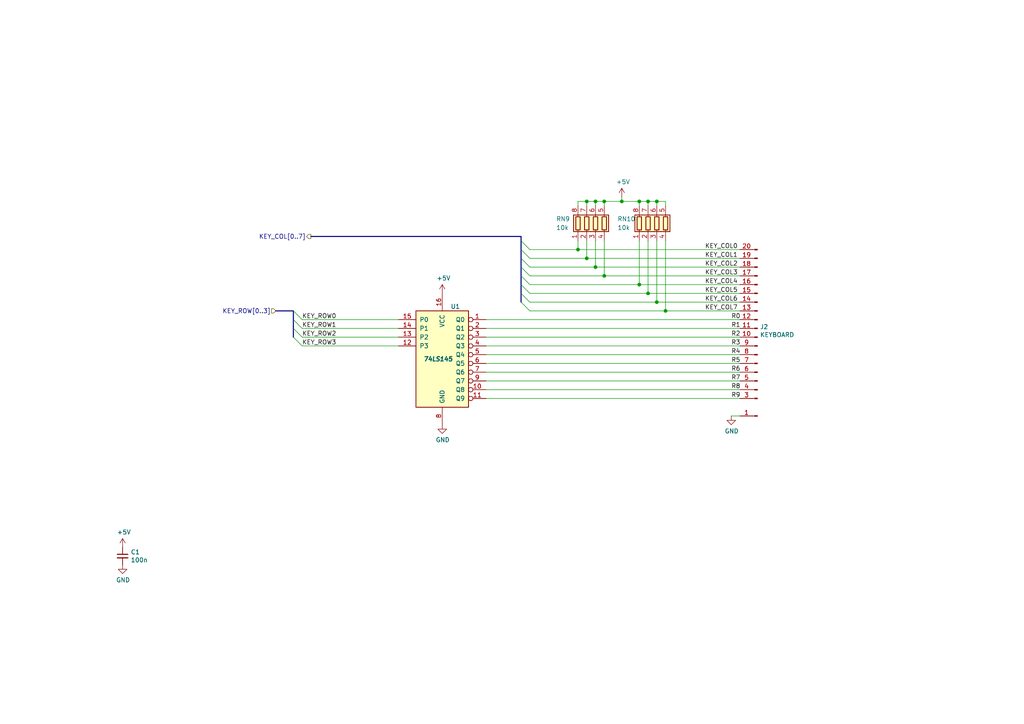
<source format=kicad_sch>
(kicad_sch (version 20211123) (generator eeschema)
  (paper "A4")
  (lib_symbols
    (symbol "74xx:74LS145" (pin_names (offset 1.016))
      (property "Reference" "U" (at -7.62 13.97 0))
      (property "Value" "74LS145" (at -7.62 -16.51 0))
      (symbol "74LS145_1_0"
        (pin open_collector inverted (at 12.7 10.16 180) (length 5.08) (name "Q0") (number "1"))
        (pin open_collector inverted (at 12.7 -10.16 180) (length 5.08) (name "Q8") (number "10"))
        (pin open_collector inverted (at 12.7 -12.7 180) (length 5.08) (name "Q9") (number "11"))
        (pin input line (at -12.7 2.54 0) (length 5.08) (name "P3") (number "12"))
        (pin input line (at -12.7 5.08 0) (length 5.08) (name "P2") (number "13"))
        (pin input line (at -12.7 7.62 0) (length 5.08) (name "P1") (number "14"))
        (pin input line (at -12.7 10.16 0) (length 5.08) (name "P0") (number "15"))
        (pin power_in line (at 0 17.78 270) (length 5.08) (name "VCC") (number "16"))
        (pin open_collector inverted (at 12.7 7.62 180) (length 5.08) (name "Q1") (number "2"))
        (pin open_collector inverted (at 12.7 5.08 180) (length 5.08) (name "Q2") (number "3"))
        (pin open_collector inverted (at 12.7 2.54 180) (length 5.08) (name "Q3") (number "4"))
        (pin open_collector inverted (at 12.7 0 180) (length 5.08) (name "Q4") (number "5"))
        (pin open_collector inverted (at 12.7 -2.54 180) (length 5.08) (name "Q5") (number "6"))
        (pin open_collector inverted (at 12.7 -5.08 180) (length 5.08) (name "Q6") (number "7"))
        (pin power_in line (at 0 -20.32 90) (length 5.08) (name "GND") (number "8"))
        (pin open_collector inverted (at 12.7 -7.62 180) (length 5.08) (name "Q7") (number "9"))
      )
      (symbol "74LS145_1_1"
        (rectangle (start -7.62 12.7) (end 7.62 -15.24) (stroke (width 0.254)) (fill (type background)))
      )
    )
    (symbol "Device:C_Small" (pin_numbers hide) (pin_names (offset 0.254) hide)
      (property "Reference" "C" (at 0.254 1.778 0))
      (property "Value" "C_Small" (at 0.254 -2.032 0))
      (symbol "C_Small_0_1"
        (polyline (pts (xy -1.524 -0.508) (xy 1.524 -0.508)) (stroke (width 0.3302)))
        (polyline (pts (xy -1.524 0.508) (xy 1.524 0.508)) (stroke (width 0.3048)))
      )
      (symbol "C_Small_1_1"
        (pin passive line (at 0 2.54 270) (length 2.032) (name "~") (number "1"))
        (pin passive line (at 0 -2.54 90) (length 2.032) (name "~") (number "2"))
      )
    )
    (symbol "Device:R_Pack04" (pin_names (offset 0) hide)
      (property "Reference" "RN" (at -7.62 0 90))
      (property "Value" "R_Pack04" (at 5.08 0 90))
      (symbol "R_Pack04_0_1"
        (rectangle (start -6.35 -2.413) (end 3.81 2.413) (stroke (width 0.254)) (fill (type background)))
        (rectangle (start -5.715 1.905) (end -4.445 -1.905) (stroke (width 0.254)))
        (rectangle (start -3.175 1.905) (end -1.905 -1.905) (stroke (width 0.254)))
        (rectangle (start -0.635 1.905) (end 0.635 -1.905) (stroke (width 0.254)))
        (polyline (pts (xy -5.08 -2.54) (xy -5.08 -1.905)))
        (polyline (pts (xy -5.08 1.905) (xy -5.08 2.54)))
        (polyline (pts (xy -2.54 -2.54) (xy -2.54 -1.905)))
        (polyline (pts (xy -2.54 1.905) (xy -2.54 2.54)))
        (polyline (pts (xy 0 -2.54) (xy 0 -1.905)))
        (polyline (pts (xy 0 1.905) (xy 0 2.54)))
        (polyline (pts (xy 2.54 -2.54) (xy 2.54 -1.905)))
        (polyline (pts (xy 2.54 1.905) (xy 2.54 2.54)))
        (rectangle (start 1.905 1.905) (end 3.175 -1.905) (stroke (width 0.254)))
      )
      (symbol "R_Pack04_1_1"
        (pin passive line (at -5.08 -5.08 90) (length 2.54) (name "R1.1") (number "1"))
        (pin passive line (at -2.54 -5.08 90) (length 2.54) (name "R2.1") (number "2"))
        (pin passive line (at 0 -5.08 90) (length 2.54) (name "R3.1") (number "3"))
        (pin passive line (at 2.54 -5.08 90) (length 2.54) (name "R4.1") (number "4"))
        (pin passive line (at 2.54 5.08 270) (length 2.54) (name "R4.2") (number "5"))
        (pin passive line (at 0 5.08 270) (length 2.54) (name "R3.2") (number "6"))
        (pin passive line (at -2.54 5.08 270) (length 2.54) (name "R2.2") (number "7"))
        (pin passive line (at -5.08 5.08 270) (length 2.54) (name "R1.2") (number "8"))
      )
    )
    (symbol "Retrocomputing:CBM_PET_Keyboard_Conn_Keyed_20P" (pin_names (offset 1.016) hide)
      (property "Reference" "J" (at 0 25.4 0))
      (property "Value" "CBM_PET_Keyboard_Conn_Keyed_20P" (at 0 -27.94 0))
      (symbol "CBM_PET_Keyboard_Conn_Keyed_20P_1_1"
        (polyline (pts (xy 1.27 -25.4) (xy 0.8636 -25.4)) (stroke (width 0.1524)))
        (polyline (pts (xy 1.27 -22.86) (xy 0.8636 -22.86)) (stroke (width 0.1524)))
        (polyline (pts (xy 1.27 -20.32) (xy 0.8636 -20.32)) (stroke (width 0.1524)))
        (polyline (pts (xy 1.27 -17.78) (xy 0.8636 -17.78)) (stroke (width 0.1524)))
        (polyline (pts (xy 1.27 -15.24) (xy 0.8636 -15.24)) (stroke (width 0.1524)))
        (polyline (pts (xy 1.27 -12.7) (xy 0.8636 -12.7)) (stroke (width 0.1524)))
        (polyline (pts (xy 1.27 -10.16) (xy 0.8636 -10.16)) (stroke (width 0.1524)))
        (polyline (pts (xy 1.27 -7.62) (xy 0.8636 -7.62)) (stroke (width 0.1524)))
        (polyline (pts (xy 1.27 -5.08) (xy 0.8636 -5.08)) (stroke (width 0.1524)))
        (polyline (pts (xy 1.27 -2.54) (xy 0.8636 -2.54)) (stroke (width 0.1524)))
        (polyline (pts (xy 1.27 0) (xy 0.8636 0)) (stroke (width 0.1524)))
        (polyline (pts (xy 1.27 2.54) (xy 0.8636 2.54)) (stroke (width 0.1524)))
        (polyline (pts (xy 1.27 5.08) (xy 0.8636 5.08)) (stroke (width 0.1524)))
        (polyline (pts (xy 1.27 7.62) (xy 0.8636 7.62)) (stroke (width 0.1524)))
        (polyline (pts (xy 1.27 10.16) (xy 0.8636 10.16)) (stroke (width 0.1524)))
        (polyline (pts (xy 1.27 12.7) (xy 0.8636 12.7)) (stroke (width 0.1524)))
        (polyline (pts (xy 1.27 15.24) (xy 0.8636 15.24)) (stroke (width 0.1524)))
        (polyline (pts (xy 1.27 17.78) (xy 0.8636 17.78)) (stroke (width 0.1524)))
        (polyline (pts (xy 1.27 22.86) (xy 0.8636 22.86)) (stroke (width 0.1524)))
        (rectangle (start 0.8636 -25.273) (end 0 -25.527) (stroke (width 0.1524)) (fill (type outline)))
        (rectangle (start 0.8636 -22.733) (end 0 -22.987) (stroke (width 0.1524)) (fill (type outline)))
        (rectangle (start 0.8636 -20.193) (end 0 -20.447) (stroke (width 0.1524)) (fill (type outline)))
        (rectangle (start 0.8636 -17.653) (end 0 -17.907) (stroke (width 0.1524)) (fill (type outline)))
        (rectangle (start 0.8636 -15.113) (end 0 -15.367) (stroke (width 0.1524)) (fill (type outline)))
        (rectangle (start 0.8636 -12.573) (end 0 -12.827) (stroke (width 0.1524)) (fill (type outline)))
        (rectangle (start 0.8636 -10.033) (end 0 -10.287) (stroke (width 0.1524)) (fill (type outline)))
        (rectangle (start 0.8636 -7.493) (end 0 -7.747) (stroke (width 0.1524)) (fill (type outline)))
        (rectangle (start 0.8636 -4.953) (end 0 -5.207) (stroke (width 0.1524)) (fill (type outline)))
        (rectangle (start 0.8636 -2.413) (end 0 -2.667) (stroke (width 0.1524)) (fill (type outline)))
        (rectangle (start 0.8636 0.127) (end 0 -0.127) (stroke (width 0.1524)) (fill (type outline)))
        (rectangle (start 0.8636 2.667) (end 0 2.413) (stroke (width 0.1524)) (fill (type outline)))
        (rectangle (start 0.8636 5.207) (end 0 4.953) (stroke (width 0.1524)) (fill (type outline)))
        (rectangle (start 0.8636 7.747) (end 0 7.493) (stroke (width 0.1524)) (fill (type outline)))
        (rectangle (start 0.8636 10.287) (end 0 10.033) (stroke (width 0.1524)) (fill (type outline)))
        (rectangle (start 0.8636 12.827) (end 0 12.573) (stroke (width 0.1524)) (fill (type outline)))
        (rectangle (start 0.8636 15.367) (end 0 15.113) (stroke (width 0.1524)) (fill (type outline)))
        (rectangle (start 0.8636 17.907) (end 0 17.653) (stroke (width 0.1524)) (fill (type outline)))
        (rectangle (start 0.8636 22.987) (end 0 22.733) (stroke (width 0.1524)) (fill (type outline)))
        (pin passive line (at 5.08 22.86 180) (length 3.81) (name "Pin_1") (number "1"))
        (pin passive line (at 5.08 0 180) (length 3.81) (name "Pin_10") (number "10"))
        (pin passive line (at 5.08 -2.54 180) (length 3.81) (name "Pin_11") (number "11"))
        (pin passive line (at 5.08 -5.08 180) (length 3.81) (name "Pin_12") (number "12"))
        (pin passive line (at 5.08 -7.62 180) (length 3.81) (name "Pin_13") (number "13"))
        (pin passive line (at 5.08 -10.16 180) (length 3.81) (name "Pin_14") (number "14"))
        (pin passive line (at 5.08 -12.7 180) (length 3.81) (name "Pin_15") (number "15"))
        (pin passive line (at 5.08 -15.24 180) (length 3.81) (name "Pin_16") (number "16"))
        (pin passive line (at 5.08 -17.78 180) (length 3.81) (name "Pin_17") (number "17"))
        (pin passive line (at 5.08 -20.32 180) (length 3.81) (name "Pin_18") (number "18"))
        (pin passive line (at 5.08 -22.86 180) (length 3.81) (name "Pin_19") (number "19"))
        (pin passive line (at 5.08 -25.4 180) (length 3.81) (name "Pin_20") (number "20"))
        (pin passive line (at 5.08 17.78 180) (length 3.81) (name "Pin_3") (number "3"))
        (pin passive line (at 5.08 15.24 180) (length 3.81) (name "Pin_4") (number "4"))
        (pin passive line (at 5.08 12.7 180) (length 3.81) (name "Pin_5") (number "5"))
        (pin passive line (at 5.08 10.16 180) (length 3.81) (name "Pin_6") (number "6"))
        (pin passive line (at 5.08 7.62 180) (length 3.81) (name "Pin_7") (number "7"))
        (pin passive line (at 5.08 5.08 180) (length 3.81) (name "Pin_8") (number "8"))
        (pin passive line (at 5.08 2.54 180) (length 3.81) (name "Pin_9") (number "9"))
      )
    )
    (symbol "power:+5V" (power) (pin_names (offset 0))
      (property "Value" "+5V" (at 0 3.556 0))
      (symbol "+5V_0_1"
        (polyline (pts (xy -0.762 1.27) (xy 0 2.54)))
        (polyline (pts (xy 0 0) (xy 0 2.54)))
        (polyline (pts (xy 0 2.54) (xy 0.762 1.27)))
      )
      (symbol "+5V_1_1"
        (pin power_in line (at 0 0 90) (length 0) hide (name "+5V") (number "1"))
      )
    )
    (symbol "power:GND" (power) (pin_names (offset 0))
      (property "Value" "GND" (at 0 -3.81 0))
      (symbol "GND_0_1"
        (polyline (pts (xy 0 0) (xy 0 -1.27) (xy 1.27 -1.27) (xy 0 -2.54) (xy -1.27 -1.27) (xy 0 -1.27)))
      )
      (symbol "GND_1_1"
        (pin power_in line (at 0 0 270) (length 0) hide (name "GND") (number "1"))
      )
    )
  )
  (junction (at 175.26 58.42))
  (junction (at 185.42 58.42))
  (junction (at 170.18 58.42))
  (junction (at 190.5 58.42))
  (junction (at 187.96 85.09))
  (junction (at 172.72 58.42))
  (junction (at 193.04 90.17))
  (junction (at 175.26 80.01))
  (junction (at 172.72 77.47))
  (junction (at 170.18 74.93))
  (junction (at 180.34 58.42))
  (junction (at 167.64 72.39))
  (junction (at 185.42 82.55))
  (junction (at 187.96 58.42))
  (junction (at 190.5 87.63))
  (bus_entry (at 151.13 80.01) (size 2.54 2.54))
  (bus_entry (at 151.13 87.63) (size 2.54 2.54))
  (bus_entry (at 151.13 72.39) (size 2.54 2.54))
  (bus_entry (at 151.13 85.09) (size 2.54 2.54))
  (bus_entry (at 85.09 95.25) (size 2.54 2.54))
  (bus_entry (at 85.09 97.79) (size 2.54 2.54))
  (bus_entry (at 151.13 82.55) (size 2.54 2.54))
  (bus_entry (at 151.13 77.47) (size 2.54 2.54))
  (bus_entry (at 85.09 92.71) (size 2.54 2.54))
  (bus_entry (at 85.09 90.17) (size 2.54 2.54))
  (bus_entry (at 151.13 74.93) (size 2.54 2.54))
  (bus_entry (at 151.13 69.85) (size 2.54 2.54))
  (wire (pts (xy 87.63 95.25) (xy 115.57 95.25)))
  (bus (pts (xy 151.13 82.55) (xy 151.13 85.09)))
  (wire (pts (xy 185.42 58.42) (xy 187.96 58.42)))
  (wire (pts (xy 214.63 120.65) (xy 212.09 120.65)))
  (wire (pts (xy 153.67 82.55) (xy 185.42 82.55)))
  (wire (pts (xy 172.72 58.42) (xy 175.26 58.42)))
  (wire (pts (xy 170.18 58.42) (xy 170.18 59.69)))
  (wire (pts (xy 87.63 100.33) (xy 115.57 100.33)))
  (bus (pts (xy 151.13 85.09) (xy 151.13 87.63)))
  (bus (pts (xy 85.09 95.25) (xy 85.09 97.79)))
  (bus (pts (xy 85.09 90.17) (xy 85.09 92.71)))
  (wire (pts (xy 170.18 69.85) (xy 170.18 74.93)))
  (wire (pts (xy 170.18 58.42) (xy 172.72 58.42)))
  (bus (pts (xy 90.17 68.58) (xy 151.13 68.58)))
  (wire (pts (xy 172.72 69.85) (xy 172.72 77.47)))
  (wire (pts (xy 170.18 74.93) (xy 214.63 74.93)))
  (wire (pts (xy 193.04 58.42) (xy 193.04 59.69)))
  (wire (pts (xy 190.5 58.42) (xy 193.04 58.42)))
  (wire (pts (xy 140.97 92.71) (xy 214.63 92.71)))
  (wire (pts (xy 190.5 69.85) (xy 190.5 87.63)))
  (wire (pts (xy 140.97 115.57) (xy 214.63 115.57)))
  (bus (pts (xy 151.13 77.47) (xy 151.13 80.01)))
  (wire (pts (xy 193.04 69.85) (xy 193.04 90.17)))
  (wire (pts (xy 87.63 97.79) (xy 115.57 97.79)))
  (wire (pts (xy 153.67 85.09) (xy 187.96 85.09)))
  (wire (pts (xy 153.67 87.63) (xy 190.5 87.63)))
  (wire (pts (xy 185.42 82.55) (xy 214.63 82.55)))
  (wire (pts (xy 172.72 58.42) (xy 172.72 59.69)))
  (wire (pts (xy 187.96 69.85) (xy 187.96 85.09)))
  (wire (pts (xy 190.5 58.42) (xy 190.5 59.69)))
  (wire (pts (xy 187.96 85.09) (xy 214.63 85.09)))
  (wire (pts (xy 140.97 100.33) (xy 214.63 100.33)))
  (wire (pts (xy 140.97 102.87) (xy 214.63 102.87)))
  (wire (pts (xy 172.72 77.47) (xy 214.63 77.47)))
  (wire (pts (xy 167.64 69.85) (xy 167.64 72.39)))
  (wire (pts (xy 153.67 77.47) (xy 172.72 77.47)))
  (wire (pts (xy 140.97 107.95) (xy 214.63 107.95)))
  (wire (pts (xy 153.67 72.39) (xy 167.64 72.39)))
  (wire (pts (xy 190.5 87.63) (xy 214.63 87.63)))
  (bus (pts (xy 151.13 72.39) (xy 151.13 74.93)))
  (wire (pts (xy 167.64 58.42) (xy 170.18 58.42)))
  (bus (pts (xy 85.09 90.17) (xy 80.01 90.17)))
  (wire (pts (xy 87.63 92.71) (xy 115.57 92.71)))
  (wire (pts (xy 140.97 113.03) (xy 214.63 113.03)))
  (wire (pts (xy 175.26 58.42) (xy 175.26 59.69)))
  (wire (pts (xy 153.67 90.17) (xy 193.04 90.17)))
  (wire (pts (xy 187.96 58.42) (xy 190.5 58.42)))
  (wire (pts (xy 140.97 97.79) (xy 214.63 97.79)))
  (wire (pts (xy 185.42 69.85) (xy 185.42 82.55)))
  (wire (pts (xy 193.04 90.17) (xy 214.63 90.17)))
  (wire (pts (xy 175.26 80.01) (xy 214.63 80.01)))
  (wire (pts (xy 175.26 69.85) (xy 175.26 80.01)))
  (wire (pts (xy 140.97 105.41) (xy 214.63 105.41)))
  (wire (pts (xy 167.64 72.39) (xy 214.63 72.39)))
  (wire (pts (xy 140.97 95.25) (xy 214.63 95.25)))
  (wire (pts (xy 185.42 58.42) (xy 185.42 59.69)))
  (wire (pts (xy 167.64 59.69) (xy 167.64 58.42)))
  (bus (pts (xy 151.13 68.58) (xy 151.13 69.85)))
  (wire (pts (xy 180.34 57.15) (xy 180.34 58.42)))
  (bus (pts (xy 85.09 92.71) (xy 85.09 95.25)))
  (wire (pts (xy 175.26 58.42) (xy 180.34 58.42)))
  (bus (pts (xy 151.13 69.85) (xy 151.13 72.39)))
  (wire (pts (xy 153.67 74.93) (xy 170.18 74.93)))
  (wire (pts (xy 180.34 58.42) (xy 185.42 58.42)))
  (wire (pts (xy 140.97 110.49) (xy 214.63 110.49)))
  (bus (pts (xy 151.13 80.01) (xy 151.13 82.55)))
  (wire (pts (xy 153.67 80.01) (xy 175.26 80.01)))
  (bus (pts (xy 151.13 74.93) (xy 151.13 77.47)))
  (wire (pts (xy 187.96 58.42) (xy 187.96 59.69)))
  (label "KEY_COL6" (at 204.47 87.63 0))
  (label "KEY_ROW0" (at 87.63 92.71 0))
  (label "R5" (at 212.09 105.41 0))
  (label "KEY_COL5" (at 204.47 85.09 0))
  (label "KEY_COL7" (at 204.47 90.17 0))
  (label "R3" (at 212.09 100.33 0))
  (label "KEY_ROW2" (at 87.63 97.79 0))
  (label "R9" (at 212.09 115.57 0))
  (label "KEY_COL1" (at 204.47 74.93 0))
  (label "R2" (at 212.09 97.79 0))
  (label "R6" (at 212.09 107.95 0))
  (label "KEY_COL2" (at 204.47 77.47 0))
  (label "R7" (at 212.09 110.49 0))
  (label "R0" (at 212.09 92.71 0))
  (label "KEY_COL3" (at 204.47 80.01 0))
  (label "KEY_COL4" (at 204.47 82.55 0))
  (label "R4" (at 212.09 102.87 0))
  (label "KEY_COL0" (at 204.47 72.39 0))
  (label "KEY_ROW3" (at 87.63 100.33 0))
  (label "R8" (at 212.09 113.03 0))
  (label "R1" (at 212.09 95.25 0))
  (label "KEY_ROW1" (at 87.63 95.25 0))
  (hierarchical_label "KEY_COL[0..7]" (shape output) (at 90.17 68.58 180))
  (hierarchical_label "KEY_ROW[0..3]" (shape input) (at 80.01 90.17 180))
  (symbol (lib_id "74xx:74LS145") (at 128.27 102.87 0) (unit 1)
    (property "Reference" "U1" (at 132.08 88.9 0))
    (property "Value" "74LS145" (at 127 104.14 0) (effects (font bold italic)))
    (property "Footprint" "Package_SO:SOIC-16_3.9x9.9mm_P1.27mm" (effects hide))
    (property "Datasheet" "https://datasheet.lcsc.com/lcsc/1809051911_Texas-Instruments-SN74LS145DR_C60829.pdf" (effects hide))
    (property "LCSC" "C60829" (effects hide))
    (property "MOUSER" "595-SN74LS145DR" (effects hide))
  )
  (symbol (lib_id "power:+5V") (at 128.27 85.09 0) (unit 1)
    (property "Reference" "#PWR04" (effects hide))
    (property "Value" "+5V" (at 128.651 80.6958 0))
  )
  (symbol (lib_id "power:GND") (at 128.27 123.19 0) (unit 1)
    (property "Reference" "#PWR05" (effects hide))
    (property "Value" "GND" (at 128.397 127.5842 0))
  )
  (symbol (lib_id "Retrocomputing:CBM_PET_Keyboard_Conn_Keyed_20P") (at 219.71 97.79 180) (unit 1)
    (property "Reference" "J2" (at 220.4212 94.7928 0) (effects (justify right)))
    (property "Value" "KEYBOARD" (at 220.4212 97.1042 0) (effects (justify right)))
    (property "Footprint" "Retrocomputing:CBM_PET_KEYBOARD_KEYED_20P" (effects hide))
    (property "MOUSER" "571-2-826646-0" (effects hide))
    (property "MPN" "2-826646-0" (effects hide))
  )
  (symbol (lib_id "power:GND") (at 212.09 120.65 0) (unit 1)
    (property "Reference" "#PWR07" (effects hide))
    (property "Value" "GND" (at 212.217 125.0442 0))
  )
  (symbol (lib_id "power:+5V") (at 180.34 57.15 0) (unit 1)
    (property "Reference" "#PWR06" (effects hide))
    (property "Value" "+5V" (at 180.721 52.7558 0))
  )
  (symbol (lib_id "Device:C_Small") (at 35.56 161.29 0) (unit 1)
    (property "Reference" "C1" (at 37.8968 160.1216 0) (effects (justify left)))
    (property "Value" "100n" (at 37.8968 162.433 0) (effects (justify left)))
    (property "Footprint" "Capacitor_SMD:C_0402_1005Metric" (effects hide))
    (property "LCSC" "C1525" (effects hide))
  )
  (symbol (lib_id "power:GND") (at 35.56 163.83 0) (unit 1)
    (property "Reference" "#PWR03" (effects hide))
    (property "Value" "GND" (at 35.687 168.2242 0))
  )
  (symbol (lib_id "power:+5V") (at 35.56 158.75 0) (unit 1)
    (property "Reference" "#PWR02" (effects hide))
    (property "Value" "+5V" (at 35.941 154.3558 0))
  )
  (symbol (lib_id "Device:R_Pack04") (at 172.72 64.77 0) (unit 1)
    (property "Reference" "RN9" (at 161.29 63.5 0) (effects (justify left)))
    (property "Value" "10k" (at 161.29 66.04 0) (effects (justify left)))
    (property "Footprint" "Resistor_SMD:R_Array_Convex_4x0603" (effects hide))
    (property "Datasheet" "https://datasheet.lcsc.com/lcsc/1810191515_UNI-ROYAL-Uniroyal-Elec-4D03WGJ0103T5E_C29718.pdf" (effects hide))
    (property "LCSC" "C29718" (effects hide))
  )
  (symbol (lib_id "Device:R_Pack04") (at 190.5 64.77 0) (unit 1)
    (property "Reference" "RN10" (at 179.07 63.5 0) (effects (justify left)))
    (property "Value" "10k" (at 179.07 66.04 0) (effects (justify left)))
    (property "Footprint" "Resistor_SMD:R_Array_Convex_4x0603" (effects hide))
    (property "Datasheet" "https://datasheet.lcsc.com/lcsc/1810191515_UNI-ROYAL-Uniroyal-Elec-4D03WGJ0103T5E_C29718.pdf" (effects hide))
    (property "LCSC" "C29718" (effects hide))
  )
)
</source>
